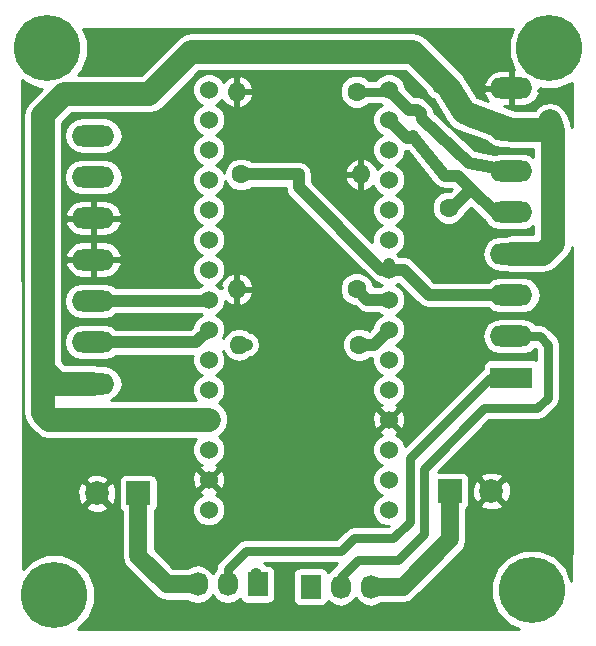
<source format=gtl>
G04 #@! TF.FileFunction,Copper,L1,Top,Signal*
%FSLAX46Y46*%
G04 Gerber Fmt 4.6, Leading zero omitted, Abs format (unit mm)*
G04 Created by KiCad (PCBNEW 4.0.5+dfsg1-4) date Sat Feb 18 23:12:04 2017*
%MOMM*%
%LPD*%
G01*
G04 APERTURE LIST*
%ADD10C,0.100000*%
%ADD11R,2.000000X2.000000*%
%ADD12C,2.000000*%
%ADD13R,3.600000X1.800000*%
%ADD14O,3.600000X1.800000*%
%ADD15R,1.727200X2.032000*%
%ADD16O,1.727200X2.032000*%
%ADD17C,1.524000*%
%ADD18C,1.600000*%
%ADD19O,1.600000X1.600000*%
%ADD20C,5.600000*%
%ADD21C,0.750000*%
%ADD22C,1.000000*%
%ADD23C,2.000000*%
%ADD24C,1.500000*%
%ADD25C,0.254000*%
G04 APERTURE END LIST*
D10*
D11*
X136000000Y-112200000D03*
D12*
X132500000Y-112200000D03*
D11*
X162400000Y-112000000D03*
D12*
X165900000Y-112000000D03*
D13*
X167600000Y-102400000D03*
D14*
X167600000Y-98900000D03*
X167600000Y-95400000D03*
X167600000Y-91900000D03*
X167600000Y-88400000D03*
X167600000Y-84900000D03*
X167600000Y-81400000D03*
X167600000Y-77900000D03*
D13*
X132200000Y-78400000D03*
D14*
X132200000Y-81900000D03*
X132200000Y-85400000D03*
X132200000Y-88900000D03*
X132200000Y-92400000D03*
X132200000Y-95900000D03*
X132200000Y-99400000D03*
X132200000Y-102900000D03*
D15*
X150600000Y-120100000D03*
D16*
X153140000Y-120100000D03*
X155680000Y-120100000D03*
D15*
X146100000Y-119900000D03*
D16*
X143560000Y-119900000D03*
X141020000Y-119900000D03*
D17*
X141980000Y-78020000D03*
X141980000Y-80560000D03*
X141980000Y-83100000D03*
X141980000Y-85640000D03*
X141980000Y-88180000D03*
X141980000Y-90720000D03*
X141980000Y-93260000D03*
X141980000Y-95800000D03*
X141980000Y-98340000D03*
X141980000Y-100880000D03*
X141980000Y-103420000D03*
X141980000Y-105960000D03*
X141980000Y-108500000D03*
X141980000Y-111040000D03*
X141980000Y-113580000D03*
X157220000Y-113580000D03*
X157220000Y-111040000D03*
X157220000Y-108500000D03*
X157220000Y-105960000D03*
X157220000Y-103420000D03*
X157220000Y-100880000D03*
X157220000Y-98340000D03*
X157220000Y-95800000D03*
X157220000Y-93260000D03*
X157220000Y-90720000D03*
X157220000Y-88180000D03*
X157220000Y-85640000D03*
X157220000Y-83100000D03*
X157220000Y-80560000D03*
X157220000Y-78020000D03*
D18*
X154500000Y-94900000D03*
D19*
X144340000Y-94900000D03*
D18*
X144700000Y-85200000D03*
D19*
X154860000Y-85200000D03*
D18*
X154500000Y-78200000D03*
D19*
X144340000Y-78200000D03*
D18*
X154700000Y-99600000D03*
D19*
X144540000Y-99600000D03*
D18*
X162300000Y-88000000D03*
D19*
X162300000Y-77840000D03*
D20*
X170800000Y-74500000D03*
X128300000Y-74500000D03*
X128900000Y-120800000D03*
X169300000Y-120400000D03*
D21*
X153140000Y-120100000D02*
X153140000Y-119260000D01*
X153140000Y-119260000D02*
X154600000Y-117800000D01*
X154600000Y-117800000D02*
X158000000Y-117800000D01*
X158000000Y-117800000D02*
X160200000Y-115600000D01*
X160200000Y-115600000D02*
X160200000Y-110100000D01*
X160200000Y-110100000D02*
X165300000Y-105000000D01*
X165300000Y-105000000D02*
X169800000Y-105000000D01*
X169800000Y-105000000D02*
X170700000Y-104100000D01*
X170700000Y-104100000D02*
X170700000Y-99600000D01*
X170700000Y-99600000D02*
X170000000Y-98900000D01*
X170000000Y-98900000D02*
X167600000Y-98900000D01*
X143560000Y-119900000D02*
X143560000Y-118640000D01*
X159000000Y-109200000D02*
X165800000Y-102400000D01*
X159000000Y-114600000D02*
X159000000Y-109200000D01*
X157600000Y-116000000D02*
X159000000Y-114600000D01*
X154300000Y-116000000D02*
X157600000Y-116000000D01*
X153200000Y-117100000D02*
X154300000Y-116000000D01*
X145100000Y-117100000D02*
X153200000Y-117100000D01*
X143560000Y-118640000D02*
X145100000Y-117100000D01*
X165800000Y-102400000D02*
X167600000Y-102400000D01*
D22*
X157220000Y-95800000D02*
X155400000Y-95800000D01*
X155400000Y-95800000D02*
X154500000Y-94900000D01*
X162300000Y-88000000D02*
X162600000Y-88000000D01*
X162600000Y-88000000D02*
X164200000Y-86400000D01*
X159368096Y-82107075D02*
X158767075Y-82107075D01*
X158767075Y-82107075D02*
X157220000Y-80560000D01*
X167600000Y-88400000D02*
X166200000Y-88400000D01*
X166200000Y-88400000D02*
X164200000Y-86400000D01*
X164200000Y-86400000D02*
X163100000Y-85300000D01*
X163100000Y-85300000D02*
X161960000Y-85300000D01*
X161960000Y-85300000D02*
X159368096Y-82107075D01*
X159368096Y-82107075D02*
X159239721Y-81948932D01*
X167600000Y-84900000D02*
X164021133Y-84207709D01*
X158900000Y-79700000D02*
X157220000Y-78020000D01*
X159600000Y-79700000D02*
X158900000Y-79700000D01*
X159900000Y-80000000D02*
X159600000Y-79700000D01*
X160023817Y-80494031D02*
X159900000Y-80000000D01*
X164021133Y-84207709D02*
X160023817Y-80494031D01*
D21*
X154500000Y-78200000D02*
X157040000Y-78200000D01*
X157040000Y-78200000D02*
X157220000Y-78020000D01*
D23*
X132200000Y-78400000D02*
X136900000Y-78400000D01*
X159260000Y-74800000D02*
X162300000Y-77840000D01*
X140500000Y-74800000D02*
X159260000Y-74800000D01*
X136900000Y-78400000D02*
X140500000Y-74800000D01*
X170854853Y-80710081D02*
X171100000Y-81400000D01*
X132200000Y-78400000D02*
X129700000Y-78400000D01*
X129700000Y-78400000D02*
X127900000Y-80200000D01*
X171100000Y-81400000D02*
X171100000Y-91100000D01*
X170300000Y-91900000D02*
X167600000Y-91900000D01*
X171100000Y-91100000D02*
X170300000Y-91900000D01*
X167600000Y-81400000D02*
X164357725Y-80261782D01*
X163555041Y-79937642D02*
X162300000Y-77840000D01*
X164357725Y-80261782D02*
X163555041Y-79937642D01*
D21*
X161300000Y-77900000D02*
X162100000Y-77900000D01*
D23*
X132200000Y-102900000D02*
X129100000Y-102900000D01*
X129100000Y-102900000D02*
X127900000Y-101700000D01*
X141980000Y-105960000D02*
X128460000Y-105960000D01*
X171100000Y-81400000D02*
X167600000Y-81400000D01*
X127900000Y-105400000D02*
X127900000Y-101700000D01*
X127900000Y-101700000D02*
X127900000Y-80200000D01*
X128460000Y-105960000D02*
X127900000Y-105400000D01*
D22*
X167600000Y-95400000D02*
X160600000Y-95400000D01*
X158460000Y-93260000D02*
X157220000Y-93260000D01*
X160600000Y-95400000D02*
X158460000Y-93260000D01*
D21*
X167200000Y-95800000D02*
X167600000Y-95400000D01*
D22*
X157220000Y-93260000D02*
X156560000Y-93260000D01*
X156560000Y-93260000D02*
X149600000Y-86300000D01*
X144700000Y-85200000D02*
X149600000Y-85200000D01*
X149600000Y-86300000D02*
X149600000Y-85200000D01*
X157220000Y-92820000D02*
X157220000Y-93260000D01*
X144540000Y-99600000D02*
X145200000Y-99600000D01*
X132200000Y-95900000D02*
X141880000Y-95900000D01*
D21*
X141880000Y-95900000D02*
X141980000Y-95800000D01*
D22*
X132200000Y-99400000D02*
X140920000Y-99400000D01*
X140920000Y-99400000D02*
X141980000Y-98340000D01*
D24*
X155680000Y-120100000D02*
X158400000Y-120100000D01*
X162400000Y-116100000D02*
X162400000Y-112000000D01*
X158400000Y-120100000D02*
X162400000Y-116100000D01*
X141020000Y-119900000D02*
X138400000Y-119900000D01*
X136000000Y-117500000D02*
X136000000Y-112200000D01*
X138400000Y-119900000D02*
X136000000Y-117500000D01*
D22*
X146000000Y-120200000D02*
X146000000Y-119000000D01*
X154700000Y-99600000D02*
X155960000Y-99600000D01*
X155960000Y-99600000D02*
X157220000Y-98340000D01*
D21*
X157180000Y-98300000D02*
X157220000Y-98340000D01*
D25*
G36*
X126351688Y-77410354D02*
X127613739Y-77934403D01*
X127853149Y-77934612D01*
X126743880Y-79043880D01*
X126389457Y-79574312D01*
X126264999Y-80200000D01*
X126265000Y-80200005D01*
X126265000Y-101699995D01*
X126264999Y-101700000D01*
X126265000Y-101700005D01*
X126265000Y-105399995D01*
X126264999Y-105400000D01*
X126389457Y-106025688D01*
X126743880Y-106556120D01*
X127303878Y-107116117D01*
X127303880Y-107116120D01*
X127834313Y-107470543D01*
X128460000Y-107595001D01*
X128460005Y-107595000D01*
X140909198Y-107595000D01*
X140796371Y-107707630D01*
X140583243Y-108220900D01*
X140582758Y-108776661D01*
X140794990Y-109290303D01*
X141187630Y-109683629D01*
X141379727Y-109763395D01*
X141248857Y-109817603D01*
X141179392Y-110059787D01*
X141980000Y-110860395D01*
X142780608Y-110059787D01*
X142711143Y-109817603D01*
X142570682Y-109767491D01*
X142770303Y-109685010D01*
X143163629Y-109292370D01*
X143376757Y-108779100D01*
X143377242Y-108223339D01*
X143165010Y-107709697D01*
X142797999Y-107342045D01*
X143136120Y-107116120D01*
X143490543Y-106585687D01*
X143615000Y-105960000D01*
X143573687Y-105752302D01*
X155810856Y-105752302D01*
X155838638Y-106307368D01*
X155997603Y-106691143D01*
X156239787Y-106760608D01*
X157040395Y-105960000D01*
X157399605Y-105960000D01*
X158200213Y-106760608D01*
X158442397Y-106691143D01*
X158629144Y-106167698D01*
X158601362Y-105612632D01*
X158442397Y-105228857D01*
X158200213Y-105159392D01*
X157399605Y-105960000D01*
X157040395Y-105960000D01*
X156239787Y-105159392D01*
X155997603Y-105228857D01*
X155810856Y-105752302D01*
X143573687Y-105752302D01*
X143490543Y-105334313D01*
X143136120Y-104803880D01*
X142797643Y-104577718D01*
X143163629Y-104212370D01*
X143376757Y-103699100D01*
X143377242Y-103143339D01*
X143165010Y-102629697D01*
X142772370Y-102236371D01*
X142564488Y-102150051D01*
X142770303Y-102065010D01*
X143163629Y-101672370D01*
X143376757Y-101159100D01*
X143377242Y-100603339D01*
X143195176Y-100162704D01*
X143497189Y-100614698D01*
X143962736Y-100925767D01*
X144511887Y-101035000D01*
X144568113Y-101035000D01*
X145117264Y-100925767D01*
X145488715Y-100677571D01*
X145634346Y-100648603D01*
X146002566Y-100402566D01*
X146248603Y-100034346D01*
X146335000Y-99600000D01*
X146248603Y-99165654D01*
X146002566Y-98797434D01*
X145634346Y-98551397D01*
X145488715Y-98522429D01*
X145117264Y-98274233D01*
X144568113Y-98165000D01*
X144511887Y-98165000D01*
X143962736Y-98274233D01*
X143497189Y-98585302D01*
X143216127Y-99005940D01*
X143376757Y-98619100D01*
X143377242Y-98063339D01*
X143165010Y-97549697D01*
X142772370Y-97156371D01*
X142564488Y-97070051D01*
X142770303Y-96985010D01*
X143163629Y-96592370D01*
X143376757Y-96079100D01*
X143376884Y-95933187D01*
X143484866Y-96052389D01*
X143990959Y-96291914D01*
X144213000Y-96170629D01*
X144213000Y-95027000D01*
X144467000Y-95027000D01*
X144467000Y-96170629D01*
X144689041Y-96291914D01*
X145195134Y-96052389D01*
X145571041Y-95637423D01*
X145731904Y-95249039D01*
X145609915Y-95027000D01*
X144467000Y-95027000D01*
X144213000Y-95027000D01*
X144193000Y-95027000D01*
X144193000Y-94773000D01*
X144213000Y-94773000D01*
X144213000Y-93629371D01*
X144467000Y-93629371D01*
X144467000Y-94773000D01*
X145609915Y-94773000D01*
X145731904Y-94550961D01*
X145571041Y-94162577D01*
X145195134Y-93747611D01*
X144689041Y-93508086D01*
X144467000Y-93629371D01*
X144213000Y-93629371D01*
X143990959Y-93508086D01*
X143484866Y-93747611D01*
X143108959Y-94162577D01*
X142948096Y-94550961D01*
X143070084Y-94772998D01*
X142928724Y-94772998D01*
X142772370Y-94616371D01*
X142564488Y-94530051D01*
X142770303Y-94445010D01*
X143163629Y-94052370D01*
X143376757Y-93539100D01*
X143377242Y-92983339D01*
X143165010Y-92469697D01*
X142772370Y-92076371D01*
X142564488Y-91990051D01*
X142770303Y-91905010D01*
X143163629Y-91512370D01*
X143376757Y-90999100D01*
X143377242Y-90443339D01*
X143165010Y-89929697D01*
X142772370Y-89536371D01*
X142564488Y-89450051D01*
X142770303Y-89365010D01*
X143163629Y-88972370D01*
X143376757Y-88459100D01*
X143377242Y-87903339D01*
X143165010Y-87389697D01*
X142772370Y-86996371D01*
X142564488Y-86910051D01*
X142770303Y-86825010D01*
X143163629Y-86432370D01*
X143376757Y-85919100D01*
X143376900Y-85755605D01*
X143482757Y-86011800D01*
X143886077Y-86415824D01*
X144413309Y-86634750D01*
X144984187Y-86635248D01*
X145511800Y-86417243D01*
X145594187Y-86335000D01*
X148471962Y-86335000D01*
X148551397Y-86734346D01*
X148685470Y-86935000D01*
X148797434Y-87102566D01*
X155757434Y-94062566D01*
X156125654Y-94308603D01*
X156334262Y-94350098D01*
X156427630Y-94443629D01*
X156635512Y-94529949D01*
X156429697Y-94614990D01*
X156379600Y-94665000D01*
X155935205Y-94665000D01*
X155935248Y-94615813D01*
X155717243Y-94088200D01*
X155313923Y-93684176D01*
X154786691Y-93465250D01*
X154215813Y-93464752D01*
X153688200Y-93682757D01*
X153284176Y-94086077D01*
X153065250Y-94613309D01*
X153064752Y-95184187D01*
X153282757Y-95711800D01*
X153686077Y-96115824D01*
X154213309Y-96334750D01*
X154329720Y-96334852D01*
X154597434Y-96602566D01*
X154965654Y-96848603D01*
X155400000Y-96935000D01*
X156379086Y-96935000D01*
X156427630Y-96983629D01*
X156635512Y-97069949D01*
X156429697Y-97154990D01*
X156036371Y-97547630D01*
X155823243Y-98060900D01*
X155823181Y-98131687D01*
X155542283Y-98412585D01*
X155513923Y-98384176D01*
X154986691Y-98165250D01*
X154415813Y-98164752D01*
X153888200Y-98382757D01*
X153484176Y-98786077D01*
X153265250Y-99313309D01*
X153264752Y-99884187D01*
X153482757Y-100411800D01*
X153886077Y-100815824D01*
X154413309Y-101034750D01*
X154984187Y-101035248D01*
X155511800Y-100817243D01*
X155594187Y-100735000D01*
X155823126Y-100735000D01*
X155822758Y-101156661D01*
X156034990Y-101670303D01*
X156427630Y-102063629D01*
X156635512Y-102149949D01*
X156429697Y-102234990D01*
X156036371Y-102627630D01*
X155823243Y-103140900D01*
X155822758Y-103696661D01*
X156034990Y-104210303D01*
X156427630Y-104603629D01*
X156619727Y-104683395D01*
X156488857Y-104737603D01*
X156419392Y-104979787D01*
X157220000Y-105780395D01*
X158020608Y-104979787D01*
X157951143Y-104737603D01*
X157810682Y-104687491D01*
X158010303Y-104605010D01*
X158403629Y-104212370D01*
X158616757Y-103699100D01*
X158617242Y-103143339D01*
X158405010Y-102629697D01*
X158012370Y-102236371D01*
X157804488Y-102150051D01*
X158010303Y-102065010D01*
X158403629Y-101672370D01*
X158616757Y-101159100D01*
X158617242Y-100603339D01*
X158405010Y-100089697D01*
X158012370Y-99696371D01*
X157804488Y-99610051D01*
X158010303Y-99525010D01*
X158403629Y-99132370D01*
X158616757Y-98619100D01*
X158617242Y-98063339D01*
X158405010Y-97549697D01*
X158012370Y-97156371D01*
X157804488Y-97070051D01*
X158010303Y-96985010D01*
X158403629Y-96592370D01*
X158616757Y-96079100D01*
X158617242Y-95523339D01*
X158405010Y-95009697D01*
X158012370Y-94616371D01*
X157804488Y-94530051D01*
X158010303Y-94445010D01*
X158025103Y-94430235D01*
X159797434Y-96202566D01*
X160165654Y-96448603D01*
X160600000Y-96535000D01*
X165641105Y-96535000D01*
X166064877Y-96818155D01*
X166652296Y-96935000D01*
X168547704Y-96935000D01*
X169135123Y-96818155D01*
X169633113Y-96485409D01*
X169965859Y-95987419D01*
X170082704Y-95400000D01*
X169965859Y-94812581D01*
X169633113Y-94314591D01*
X169135123Y-93981845D01*
X168547704Y-93865000D01*
X166652296Y-93865000D01*
X166064877Y-93981845D01*
X165641105Y-94265000D01*
X161070132Y-94265000D01*
X159262566Y-92457434D01*
X158894346Y-92211397D01*
X158460000Y-92125000D01*
X158094439Y-92125000D01*
X158022566Y-92017434D01*
X157913916Y-91944836D01*
X158010303Y-91905010D01*
X158403629Y-91512370D01*
X158616757Y-90999100D01*
X158617242Y-90443339D01*
X158405010Y-89929697D01*
X158012370Y-89536371D01*
X157804488Y-89450051D01*
X158010303Y-89365010D01*
X158403629Y-88972370D01*
X158616757Y-88459100D01*
X158617242Y-87903339D01*
X158405010Y-87389697D01*
X158012370Y-86996371D01*
X157804488Y-86910051D01*
X158010303Y-86825010D01*
X158403629Y-86432370D01*
X158616757Y-85919100D01*
X158617242Y-85363339D01*
X158405010Y-84849697D01*
X158012370Y-84456371D01*
X157804488Y-84370051D01*
X158010303Y-84285010D01*
X158403629Y-83892370D01*
X158616757Y-83379100D01*
X158616903Y-83212204D01*
X158767075Y-83242075D01*
X158827562Y-83242075D01*
X161078794Y-86015332D01*
X161124464Y-86053223D01*
X161157434Y-86102566D01*
X161293593Y-86193545D01*
X161419618Y-86298104D01*
X161476312Y-86315634D01*
X161525654Y-86348603D01*
X161686263Y-86380550D01*
X161842709Y-86428923D01*
X161901796Y-86423423D01*
X161960000Y-86435000D01*
X162559868Y-86435000D01*
X162429755Y-86565113D01*
X162015813Y-86564752D01*
X161488200Y-86782757D01*
X161084176Y-87186077D01*
X160865250Y-87713309D01*
X160864752Y-88284187D01*
X161082757Y-88811800D01*
X161486077Y-89215824D01*
X162013309Y-89434750D01*
X162584187Y-89435248D01*
X163111800Y-89217243D01*
X163515824Y-88813923D01*
X163604312Y-88600820D01*
X164200000Y-88005132D01*
X165338558Y-89143690D01*
X165566887Y-89485409D01*
X166064877Y-89818155D01*
X166652296Y-89935000D01*
X168547704Y-89935000D01*
X169135123Y-89818155D01*
X169465000Y-89597738D01*
X169465000Y-90265000D01*
X167600000Y-90265000D01*
X167097267Y-90365000D01*
X166652296Y-90365000D01*
X166064877Y-90481845D01*
X165566887Y-90814591D01*
X165234141Y-91312581D01*
X165117296Y-91900000D01*
X165234141Y-92487419D01*
X165566887Y-92985409D01*
X166064877Y-93318155D01*
X166652296Y-93435000D01*
X167097267Y-93435000D01*
X167600000Y-93535000D01*
X170299995Y-93535000D01*
X170300000Y-93535001D01*
X170925688Y-93410543D01*
X171456120Y-93056120D01*
X172256117Y-92256122D01*
X172256120Y-92256120D01*
X172490724Y-91905010D01*
X172610543Y-91725688D01*
X172690000Y-91326234D01*
X172690000Y-115195717D01*
X172681420Y-119588621D01*
X172213750Y-118456771D01*
X171248312Y-117489646D01*
X169986261Y-116965597D01*
X168619734Y-116964405D01*
X167356771Y-117486250D01*
X166389646Y-118451688D01*
X165865597Y-119713739D01*
X165864405Y-121080266D01*
X166386250Y-122343229D01*
X167351688Y-123310354D01*
X168265978Y-123690000D01*
X134039208Y-123690000D01*
X130873811Y-123683222D01*
X131810354Y-122748312D01*
X132334403Y-121486261D01*
X132335595Y-120119734D01*
X131813750Y-118856771D01*
X130848312Y-117889646D01*
X129586261Y-117365597D01*
X128219734Y-117364405D01*
X126956771Y-117886250D01*
X126216853Y-118624877D01*
X126206516Y-113352532D01*
X131527073Y-113352532D01*
X131625736Y-113619387D01*
X132235461Y-113845908D01*
X132885460Y-113821856D01*
X133374264Y-113619387D01*
X133472927Y-113352532D01*
X132500000Y-112379605D01*
X131527073Y-113352532D01*
X126206516Y-113352532D01*
X126203737Y-111935461D01*
X130854092Y-111935461D01*
X130878144Y-112585460D01*
X131080613Y-113074264D01*
X131347468Y-113172927D01*
X132320395Y-112200000D01*
X132679605Y-112200000D01*
X133652532Y-113172927D01*
X133919387Y-113074264D01*
X134145908Y-112464539D01*
X134121856Y-111814540D01*
X133919387Y-111325736D01*
X133652532Y-111227073D01*
X132679605Y-112200000D01*
X132320395Y-112200000D01*
X131347468Y-111227073D01*
X131080613Y-111325736D01*
X130854092Y-111935461D01*
X126203737Y-111935461D01*
X126201996Y-111047468D01*
X131527073Y-111047468D01*
X132500000Y-112020395D01*
X133320395Y-111200000D01*
X134352560Y-111200000D01*
X134352560Y-113200000D01*
X134396838Y-113435317D01*
X134535910Y-113651441D01*
X134615000Y-113705481D01*
X134615000Y-117500000D01*
X134720427Y-118030017D01*
X134978770Y-118416655D01*
X135020657Y-118479343D01*
X137420657Y-120879343D01*
X137869984Y-121179574D01*
X138400000Y-121285000D01*
X140170730Y-121285000D01*
X140446511Y-121469271D01*
X141020000Y-121583345D01*
X141593489Y-121469271D01*
X142079670Y-121144415D01*
X142290000Y-120829634D01*
X142500330Y-121144415D01*
X142986511Y-121469271D01*
X143560000Y-121583345D01*
X144133489Y-121469271D01*
X144619670Y-121144415D01*
X144629243Y-121130087D01*
X144633238Y-121151317D01*
X144772310Y-121367441D01*
X144984510Y-121512431D01*
X145236400Y-121563440D01*
X146963600Y-121563440D01*
X147198917Y-121519162D01*
X147415041Y-121380090D01*
X147560031Y-121167890D01*
X147611040Y-120916000D01*
X147611040Y-118884000D01*
X147566762Y-118648683D01*
X147427690Y-118432559D01*
X147215490Y-118287569D01*
X146963600Y-118236560D01*
X146828709Y-118236560D01*
X146802566Y-118197434D01*
X146671712Y-118110000D01*
X152861644Y-118110000D01*
X152425822Y-118545822D01*
X152330567Y-118688382D01*
X152080330Y-118855585D01*
X152070757Y-118869913D01*
X152066762Y-118848683D01*
X151927690Y-118632559D01*
X151715490Y-118487569D01*
X151463600Y-118436560D01*
X149736400Y-118436560D01*
X149501083Y-118480838D01*
X149284959Y-118619910D01*
X149139969Y-118832110D01*
X149088960Y-119084000D01*
X149088960Y-121116000D01*
X149133238Y-121351317D01*
X149272310Y-121567441D01*
X149484510Y-121712431D01*
X149736400Y-121763440D01*
X151463600Y-121763440D01*
X151698917Y-121719162D01*
X151915041Y-121580090D01*
X152060031Y-121367890D01*
X152068400Y-121326561D01*
X152080330Y-121344415D01*
X152566511Y-121669271D01*
X153140000Y-121783345D01*
X153713489Y-121669271D01*
X154199670Y-121344415D01*
X154410000Y-121029634D01*
X154620330Y-121344415D01*
X155106511Y-121669271D01*
X155680000Y-121783345D01*
X156253489Y-121669271D01*
X156529270Y-121485000D01*
X158400000Y-121485000D01*
X158930017Y-121379573D01*
X159379343Y-121079343D01*
X163379343Y-117079343D01*
X163679573Y-116630017D01*
X163785000Y-116100000D01*
X163785000Y-113506844D01*
X163851441Y-113464090D01*
X163996431Y-113251890D01*
X164016551Y-113152532D01*
X164927073Y-113152532D01*
X165025736Y-113419387D01*
X165635461Y-113645908D01*
X166285460Y-113621856D01*
X166774264Y-113419387D01*
X166872927Y-113152532D01*
X165900000Y-112179605D01*
X164927073Y-113152532D01*
X164016551Y-113152532D01*
X164047440Y-113000000D01*
X164047440Y-111735461D01*
X164254092Y-111735461D01*
X164278144Y-112385460D01*
X164480613Y-112874264D01*
X164747468Y-112972927D01*
X165720395Y-112000000D01*
X166079605Y-112000000D01*
X167052532Y-112972927D01*
X167319387Y-112874264D01*
X167545908Y-112264539D01*
X167521856Y-111614540D01*
X167319387Y-111125736D01*
X167052532Y-111027073D01*
X166079605Y-112000000D01*
X165720395Y-112000000D01*
X164747468Y-111027073D01*
X164480613Y-111125736D01*
X164254092Y-111735461D01*
X164047440Y-111735461D01*
X164047440Y-111000000D01*
X164018740Y-110847468D01*
X164927073Y-110847468D01*
X165900000Y-111820395D01*
X166872927Y-110847468D01*
X166774264Y-110580613D01*
X166164539Y-110354092D01*
X165514540Y-110378144D01*
X165025736Y-110580613D01*
X164927073Y-110847468D01*
X164018740Y-110847468D01*
X164003162Y-110764683D01*
X163864090Y-110548559D01*
X163651890Y-110403569D01*
X163400000Y-110352560D01*
X161400000Y-110352560D01*
X161370186Y-110358170D01*
X165718356Y-106010000D01*
X169800000Y-106010000D01*
X170186510Y-105933118D01*
X170514178Y-105714178D01*
X171414178Y-104814178D01*
X171633118Y-104486510D01*
X171710000Y-104100000D01*
X171710000Y-99600000D01*
X171633118Y-99213489D01*
X171499942Y-99014178D01*
X171414178Y-98885822D01*
X171414175Y-98885820D01*
X170714178Y-98185822D01*
X170386510Y-97966882D01*
X170000000Y-97890000D01*
X169683500Y-97890000D01*
X169633113Y-97814591D01*
X169135123Y-97481845D01*
X168547704Y-97365000D01*
X166652296Y-97365000D01*
X166064877Y-97481845D01*
X165566887Y-97814591D01*
X165234141Y-98312581D01*
X165117296Y-98900000D01*
X165234141Y-99487419D01*
X165566887Y-99985409D01*
X166064877Y-100318155D01*
X166652296Y-100435000D01*
X168547704Y-100435000D01*
X169135123Y-100318155D01*
X169633113Y-99985409D01*
X169642702Y-99971058D01*
X169690000Y-100018355D01*
X169690000Y-100929608D01*
X169651890Y-100903569D01*
X169400000Y-100852560D01*
X165800000Y-100852560D01*
X165564683Y-100896838D01*
X165348559Y-101035910D01*
X165203569Y-101248110D01*
X165152560Y-101500000D01*
X165152560Y-101641229D01*
X165085822Y-101685822D01*
X158597086Y-108174558D01*
X158405010Y-107709697D01*
X158012370Y-107316371D01*
X157820273Y-107236605D01*
X157951143Y-107182397D01*
X158020608Y-106940213D01*
X157220000Y-106139605D01*
X156419392Y-106940213D01*
X156488857Y-107182397D01*
X156629318Y-107232509D01*
X156429697Y-107314990D01*
X156036371Y-107707630D01*
X155823243Y-108220900D01*
X155822758Y-108776661D01*
X156034990Y-109290303D01*
X156427630Y-109683629D01*
X156635512Y-109769949D01*
X156429697Y-109854990D01*
X156036371Y-110247630D01*
X155823243Y-110760900D01*
X155822758Y-111316661D01*
X156034990Y-111830303D01*
X156427630Y-112223629D01*
X156635512Y-112309949D01*
X156429697Y-112394990D01*
X156036371Y-112787630D01*
X155823243Y-113300900D01*
X155822758Y-113856661D01*
X156034990Y-114370303D01*
X156427630Y-114763629D01*
X156940900Y-114976757D01*
X157194666Y-114976978D01*
X157181644Y-114990000D01*
X154300000Y-114990000D01*
X153913490Y-115066882D01*
X153585822Y-115285822D01*
X152781644Y-116090000D01*
X145100000Y-116090000D01*
X144713490Y-116166882D01*
X144385822Y-116385822D01*
X142845822Y-117925822D01*
X142626882Y-118253490D01*
X142554038Y-118619698D01*
X142500330Y-118655585D01*
X142290000Y-118970366D01*
X142079670Y-118655585D01*
X141593489Y-118330729D01*
X141020000Y-118216655D01*
X140446511Y-118330729D01*
X140170730Y-118515000D01*
X138973686Y-118515000D01*
X137385000Y-116926314D01*
X137385000Y-113856661D01*
X140582758Y-113856661D01*
X140794990Y-114370303D01*
X141187630Y-114763629D01*
X141700900Y-114976757D01*
X142256661Y-114977242D01*
X142770303Y-114765010D01*
X143163629Y-114372370D01*
X143376757Y-113859100D01*
X143377242Y-113303339D01*
X143165010Y-112789697D01*
X142772370Y-112396371D01*
X142580273Y-112316605D01*
X142711143Y-112262397D01*
X142780608Y-112020213D01*
X141980000Y-111219605D01*
X141179392Y-112020213D01*
X141248857Y-112262397D01*
X141389318Y-112312509D01*
X141189697Y-112394990D01*
X140796371Y-112787630D01*
X140583243Y-113300900D01*
X140582758Y-113856661D01*
X137385000Y-113856661D01*
X137385000Y-113706844D01*
X137451441Y-113664090D01*
X137596431Y-113451890D01*
X137647440Y-113200000D01*
X137647440Y-111200000D01*
X137603162Y-110964683D01*
X137517978Y-110832302D01*
X140570856Y-110832302D01*
X140598638Y-111387368D01*
X140757603Y-111771143D01*
X140999787Y-111840608D01*
X141800395Y-111040000D01*
X142159605Y-111040000D01*
X142960213Y-111840608D01*
X143202397Y-111771143D01*
X143389144Y-111247698D01*
X143361362Y-110692632D01*
X143202397Y-110308857D01*
X142960213Y-110239392D01*
X142159605Y-111040000D01*
X141800395Y-111040000D01*
X140999787Y-110239392D01*
X140757603Y-110308857D01*
X140570856Y-110832302D01*
X137517978Y-110832302D01*
X137464090Y-110748559D01*
X137251890Y-110603569D01*
X137000000Y-110552560D01*
X135000000Y-110552560D01*
X134764683Y-110596838D01*
X134548559Y-110735910D01*
X134403569Y-110948110D01*
X134352560Y-111200000D01*
X133320395Y-111200000D01*
X133472927Y-111047468D01*
X133374264Y-110780613D01*
X132764539Y-110554092D01*
X132114540Y-110578144D01*
X131625736Y-110780613D01*
X131527073Y-111047468D01*
X126201996Y-111047468D01*
X126135616Y-77193905D01*
X126351688Y-77410354D01*
X126351688Y-77410354D01*
G37*
X126351688Y-77410354D02*
X127613739Y-77934403D01*
X127853149Y-77934612D01*
X126743880Y-79043880D01*
X126389457Y-79574312D01*
X126264999Y-80200000D01*
X126265000Y-80200005D01*
X126265000Y-101699995D01*
X126264999Y-101700000D01*
X126265000Y-101700005D01*
X126265000Y-105399995D01*
X126264999Y-105400000D01*
X126389457Y-106025688D01*
X126743880Y-106556120D01*
X127303878Y-107116117D01*
X127303880Y-107116120D01*
X127834313Y-107470543D01*
X128460000Y-107595001D01*
X128460005Y-107595000D01*
X140909198Y-107595000D01*
X140796371Y-107707630D01*
X140583243Y-108220900D01*
X140582758Y-108776661D01*
X140794990Y-109290303D01*
X141187630Y-109683629D01*
X141379727Y-109763395D01*
X141248857Y-109817603D01*
X141179392Y-110059787D01*
X141980000Y-110860395D01*
X142780608Y-110059787D01*
X142711143Y-109817603D01*
X142570682Y-109767491D01*
X142770303Y-109685010D01*
X143163629Y-109292370D01*
X143376757Y-108779100D01*
X143377242Y-108223339D01*
X143165010Y-107709697D01*
X142797999Y-107342045D01*
X143136120Y-107116120D01*
X143490543Y-106585687D01*
X143615000Y-105960000D01*
X143573687Y-105752302D01*
X155810856Y-105752302D01*
X155838638Y-106307368D01*
X155997603Y-106691143D01*
X156239787Y-106760608D01*
X157040395Y-105960000D01*
X157399605Y-105960000D01*
X158200213Y-106760608D01*
X158442397Y-106691143D01*
X158629144Y-106167698D01*
X158601362Y-105612632D01*
X158442397Y-105228857D01*
X158200213Y-105159392D01*
X157399605Y-105960000D01*
X157040395Y-105960000D01*
X156239787Y-105159392D01*
X155997603Y-105228857D01*
X155810856Y-105752302D01*
X143573687Y-105752302D01*
X143490543Y-105334313D01*
X143136120Y-104803880D01*
X142797643Y-104577718D01*
X143163629Y-104212370D01*
X143376757Y-103699100D01*
X143377242Y-103143339D01*
X143165010Y-102629697D01*
X142772370Y-102236371D01*
X142564488Y-102150051D01*
X142770303Y-102065010D01*
X143163629Y-101672370D01*
X143376757Y-101159100D01*
X143377242Y-100603339D01*
X143195176Y-100162704D01*
X143497189Y-100614698D01*
X143962736Y-100925767D01*
X144511887Y-101035000D01*
X144568113Y-101035000D01*
X145117264Y-100925767D01*
X145488715Y-100677571D01*
X145634346Y-100648603D01*
X146002566Y-100402566D01*
X146248603Y-100034346D01*
X146335000Y-99600000D01*
X146248603Y-99165654D01*
X146002566Y-98797434D01*
X145634346Y-98551397D01*
X145488715Y-98522429D01*
X145117264Y-98274233D01*
X144568113Y-98165000D01*
X144511887Y-98165000D01*
X143962736Y-98274233D01*
X143497189Y-98585302D01*
X143216127Y-99005940D01*
X143376757Y-98619100D01*
X143377242Y-98063339D01*
X143165010Y-97549697D01*
X142772370Y-97156371D01*
X142564488Y-97070051D01*
X142770303Y-96985010D01*
X143163629Y-96592370D01*
X143376757Y-96079100D01*
X143376884Y-95933187D01*
X143484866Y-96052389D01*
X143990959Y-96291914D01*
X144213000Y-96170629D01*
X144213000Y-95027000D01*
X144467000Y-95027000D01*
X144467000Y-96170629D01*
X144689041Y-96291914D01*
X145195134Y-96052389D01*
X145571041Y-95637423D01*
X145731904Y-95249039D01*
X145609915Y-95027000D01*
X144467000Y-95027000D01*
X144213000Y-95027000D01*
X144193000Y-95027000D01*
X144193000Y-94773000D01*
X144213000Y-94773000D01*
X144213000Y-93629371D01*
X144467000Y-93629371D01*
X144467000Y-94773000D01*
X145609915Y-94773000D01*
X145731904Y-94550961D01*
X145571041Y-94162577D01*
X145195134Y-93747611D01*
X144689041Y-93508086D01*
X144467000Y-93629371D01*
X144213000Y-93629371D01*
X143990959Y-93508086D01*
X143484866Y-93747611D01*
X143108959Y-94162577D01*
X142948096Y-94550961D01*
X143070084Y-94772998D01*
X142928724Y-94772998D01*
X142772370Y-94616371D01*
X142564488Y-94530051D01*
X142770303Y-94445010D01*
X143163629Y-94052370D01*
X143376757Y-93539100D01*
X143377242Y-92983339D01*
X143165010Y-92469697D01*
X142772370Y-92076371D01*
X142564488Y-91990051D01*
X142770303Y-91905010D01*
X143163629Y-91512370D01*
X143376757Y-90999100D01*
X143377242Y-90443339D01*
X143165010Y-89929697D01*
X142772370Y-89536371D01*
X142564488Y-89450051D01*
X142770303Y-89365010D01*
X143163629Y-88972370D01*
X143376757Y-88459100D01*
X143377242Y-87903339D01*
X143165010Y-87389697D01*
X142772370Y-86996371D01*
X142564488Y-86910051D01*
X142770303Y-86825010D01*
X143163629Y-86432370D01*
X143376757Y-85919100D01*
X143376900Y-85755605D01*
X143482757Y-86011800D01*
X143886077Y-86415824D01*
X144413309Y-86634750D01*
X144984187Y-86635248D01*
X145511800Y-86417243D01*
X145594187Y-86335000D01*
X148471962Y-86335000D01*
X148551397Y-86734346D01*
X148685470Y-86935000D01*
X148797434Y-87102566D01*
X155757434Y-94062566D01*
X156125654Y-94308603D01*
X156334262Y-94350098D01*
X156427630Y-94443629D01*
X156635512Y-94529949D01*
X156429697Y-94614990D01*
X156379600Y-94665000D01*
X155935205Y-94665000D01*
X155935248Y-94615813D01*
X155717243Y-94088200D01*
X155313923Y-93684176D01*
X154786691Y-93465250D01*
X154215813Y-93464752D01*
X153688200Y-93682757D01*
X153284176Y-94086077D01*
X153065250Y-94613309D01*
X153064752Y-95184187D01*
X153282757Y-95711800D01*
X153686077Y-96115824D01*
X154213309Y-96334750D01*
X154329720Y-96334852D01*
X154597434Y-96602566D01*
X154965654Y-96848603D01*
X155400000Y-96935000D01*
X156379086Y-96935000D01*
X156427630Y-96983629D01*
X156635512Y-97069949D01*
X156429697Y-97154990D01*
X156036371Y-97547630D01*
X155823243Y-98060900D01*
X155823181Y-98131687D01*
X155542283Y-98412585D01*
X155513923Y-98384176D01*
X154986691Y-98165250D01*
X154415813Y-98164752D01*
X153888200Y-98382757D01*
X153484176Y-98786077D01*
X153265250Y-99313309D01*
X153264752Y-99884187D01*
X153482757Y-100411800D01*
X153886077Y-100815824D01*
X154413309Y-101034750D01*
X154984187Y-101035248D01*
X155511800Y-100817243D01*
X155594187Y-100735000D01*
X155823126Y-100735000D01*
X155822758Y-101156661D01*
X156034990Y-101670303D01*
X156427630Y-102063629D01*
X156635512Y-102149949D01*
X156429697Y-102234990D01*
X156036371Y-102627630D01*
X155823243Y-103140900D01*
X155822758Y-103696661D01*
X156034990Y-104210303D01*
X156427630Y-104603629D01*
X156619727Y-104683395D01*
X156488857Y-104737603D01*
X156419392Y-104979787D01*
X157220000Y-105780395D01*
X158020608Y-104979787D01*
X157951143Y-104737603D01*
X157810682Y-104687491D01*
X158010303Y-104605010D01*
X158403629Y-104212370D01*
X158616757Y-103699100D01*
X158617242Y-103143339D01*
X158405010Y-102629697D01*
X158012370Y-102236371D01*
X157804488Y-102150051D01*
X158010303Y-102065010D01*
X158403629Y-101672370D01*
X158616757Y-101159100D01*
X158617242Y-100603339D01*
X158405010Y-100089697D01*
X158012370Y-99696371D01*
X157804488Y-99610051D01*
X158010303Y-99525010D01*
X158403629Y-99132370D01*
X158616757Y-98619100D01*
X158617242Y-98063339D01*
X158405010Y-97549697D01*
X158012370Y-97156371D01*
X157804488Y-97070051D01*
X158010303Y-96985010D01*
X158403629Y-96592370D01*
X158616757Y-96079100D01*
X158617242Y-95523339D01*
X158405010Y-95009697D01*
X158012370Y-94616371D01*
X157804488Y-94530051D01*
X158010303Y-94445010D01*
X158025103Y-94430235D01*
X159797434Y-96202566D01*
X160165654Y-96448603D01*
X160600000Y-96535000D01*
X165641105Y-96535000D01*
X166064877Y-96818155D01*
X166652296Y-96935000D01*
X168547704Y-96935000D01*
X169135123Y-96818155D01*
X169633113Y-96485409D01*
X169965859Y-95987419D01*
X170082704Y-95400000D01*
X169965859Y-94812581D01*
X169633113Y-94314591D01*
X169135123Y-93981845D01*
X168547704Y-93865000D01*
X166652296Y-93865000D01*
X166064877Y-93981845D01*
X165641105Y-94265000D01*
X161070132Y-94265000D01*
X159262566Y-92457434D01*
X158894346Y-92211397D01*
X158460000Y-92125000D01*
X158094439Y-92125000D01*
X158022566Y-92017434D01*
X157913916Y-91944836D01*
X158010303Y-91905010D01*
X158403629Y-91512370D01*
X158616757Y-90999100D01*
X158617242Y-90443339D01*
X158405010Y-89929697D01*
X158012370Y-89536371D01*
X157804488Y-89450051D01*
X158010303Y-89365010D01*
X158403629Y-88972370D01*
X158616757Y-88459100D01*
X158617242Y-87903339D01*
X158405010Y-87389697D01*
X158012370Y-86996371D01*
X157804488Y-86910051D01*
X158010303Y-86825010D01*
X158403629Y-86432370D01*
X158616757Y-85919100D01*
X158617242Y-85363339D01*
X158405010Y-84849697D01*
X158012370Y-84456371D01*
X157804488Y-84370051D01*
X158010303Y-84285010D01*
X158403629Y-83892370D01*
X158616757Y-83379100D01*
X158616903Y-83212204D01*
X158767075Y-83242075D01*
X158827562Y-83242075D01*
X161078794Y-86015332D01*
X161124464Y-86053223D01*
X161157434Y-86102566D01*
X161293593Y-86193545D01*
X161419618Y-86298104D01*
X161476312Y-86315634D01*
X161525654Y-86348603D01*
X161686263Y-86380550D01*
X161842709Y-86428923D01*
X161901796Y-86423423D01*
X161960000Y-86435000D01*
X162559868Y-86435000D01*
X162429755Y-86565113D01*
X162015813Y-86564752D01*
X161488200Y-86782757D01*
X161084176Y-87186077D01*
X160865250Y-87713309D01*
X160864752Y-88284187D01*
X161082757Y-88811800D01*
X161486077Y-89215824D01*
X162013309Y-89434750D01*
X162584187Y-89435248D01*
X163111800Y-89217243D01*
X163515824Y-88813923D01*
X163604312Y-88600820D01*
X164200000Y-88005132D01*
X165338558Y-89143690D01*
X165566887Y-89485409D01*
X166064877Y-89818155D01*
X166652296Y-89935000D01*
X168547704Y-89935000D01*
X169135123Y-89818155D01*
X169465000Y-89597738D01*
X169465000Y-90265000D01*
X167600000Y-90265000D01*
X167097267Y-90365000D01*
X166652296Y-90365000D01*
X166064877Y-90481845D01*
X165566887Y-90814591D01*
X165234141Y-91312581D01*
X165117296Y-91900000D01*
X165234141Y-92487419D01*
X165566887Y-92985409D01*
X166064877Y-93318155D01*
X166652296Y-93435000D01*
X167097267Y-93435000D01*
X167600000Y-93535000D01*
X170299995Y-93535000D01*
X170300000Y-93535001D01*
X170925688Y-93410543D01*
X171456120Y-93056120D01*
X172256117Y-92256122D01*
X172256120Y-92256120D01*
X172490724Y-91905010D01*
X172610543Y-91725688D01*
X172690000Y-91326234D01*
X172690000Y-115195717D01*
X172681420Y-119588621D01*
X172213750Y-118456771D01*
X171248312Y-117489646D01*
X169986261Y-116965597D01*
X168619734Y-116964405D01*
X167356771Y-117486250D01*
X166389646Y-118451688D01*
X165865597Y-119713739D01*
X165864405Y-121080266D01*
X166386250Y-122343229D01*
X167351688Y-123310354D01*
X168265978Y-123690000D01*
X134039208Y-123690000D01*
X130873811Y-123683222D01*
X131810354Y-122748312D01*
X132334403Y-121486261D01*
X132335595Y-120119734D01*
X131813750Y-118856771D01*
X130848312Y-117889646D01*
X129586261Y-117365597D01*
X128219734Y-117364405D01*
X126956771Y-117886250D01*
X126216853Y-118624877D01*
X126206516Y-113352532D01*
X131527073Y-113352532D01*
X131625736Y-113619387D01*
X132235461Y-113845908D01*
X132885460Y-113821856D01*
X133374264Y-113619387D01*
X133472927Y-113352532D01*
X132500000Y-112379605D01*
X131527073Y-113352532D01*
X126206516Y-113352532D01*
X126203737Y-111935461D01*
X130854092Y-111935461D01*
X130878144Y-112585460D01*
X131080613Y-113074264D01*
X131347468Y-113172927D01*
X132320395Y-112200000D01*
X132679605Y-112200000D01*
X133652532Y-113172927D01*
X133919387Y-113074264D01*
X134145908Y-112464539D01*
X134121856Y-111814540D01*
X133919387Y-111325736D01*
X133652532Y-111227073D01*
X132679605Y-112200000D01*
X132320395Y-112200000D01*
X131347468Y-111227073D01*
X131080613Y-111325736D01*
X130854092Y-111935461D01*
X126203737Y-111935461D01*
X126201996Y-111047468D01*
X131527073Y-111047468D01*
X132500000Y-112020395D01*
X133320395Y-111200000D01*
X134352560Y-111200000D01*
X134352560Y-113200000D01*
X134396838Y-113435317D01*
X134535910Y-113651441D01*
X134615000Y-113705481D01*
X134615000Y-117500000D01*
X134720427Y-118030017D01*
X134978770Y-118416655D01*
X135020657Y-118479343D01*
X137420657Y-120879343D01*
X137869984Y-121179574D01*
X138400000Y-121285000D01*
X140170730Y-121285000D01*
X140446511Y-121469271D01*
X141020000Y-121583345D01*
X141593489Y-121469271D01*
X142079670Y-121144415D01*
X142290000Y-120829634D01*
X142500330Y-121144415D01*
X142986511Y-121469271D01*
X143560000Y-121583345D01*
X144133489Y-121469271D01*
X144619670Y-121144415D01*
X144629243Y-121130087D01*
X144633238Y-121151317D01*
X144772310Y-121367441D01*
X144984510Y-121512431D01*
X145236400Y-121563440D01*
X146963600Y-121563440D01*
X147198917Y-121519162D01*
X147415041Y-121380090D01*
X147560031Y-121167890D01*
X147611040Y-120916000D01*
X147611040Y-118884000D01*
X147566762Y-118648683D01*
X147427690Y-118432559D01*
X147215490Y-118287569D01*
X146963600Y-118236560D01*
X146828709Y-118236560D01*
X146802566Y-118197434D01*
X146671712Y-118110000D01*
X152861644Y-118110000D01*
X152425822Y-118545822D01*
X152330567Y-118688382D01*
X152080330Y-118855585D01*
X152070757Y-118869913D01*
X152066762Y-118848683D01*
X151927690Y-118632559D01*
X151715490Y-118487569D01*
X151463600Y-118436560D01*
X149736400Y-118436560D01*
X149501083Y-118480838D01*
X149284959Y-118619910D01*
X149139969Y-118832110D01*
X149088960Y-119084000D01*
X149088960Y-121116000D01*
X149133238Y-121351317D01*
X149272310Y-121567441D01*
X149484510Y-121712431D01*
X149736400Y-121763440D01*
X151463600Y-121763440D01*
X151698917Y-121719162D01*
X151915041Y-121580090D01*
X152060031Y-121367890D01*
X152068400Y-121326561D01*
X152080330Y-121344415D01*
X152566511Y-121669271D01*
X153140000Y-121783345D01*
X153713489Y-121669271D01*
X154199670Y-121344415D01*
X154410000Y-121029634D01*
X154620330Y-121344415D01*
X155106511Y-121669271D01*
X155680000Y-121783345D01*
X156253489Y-121669271D01*
X156529270Y-121485000D01*
X158400000Y-121485000D01*
X158930017Y-121379573D01*
X159379343Y-121079343D01*
X163379343Y-117079343D01*
X163679573Y-116630017D01*
X163785000Y-116100000D01*
X163785000Y-113506844D01*
X163851441Y-113464090D01*
X163996431Y-113251890D01*
X164016551Y-113152532D01*
X164927073Y-113152532D01*
X165025736Y-113419387D01*
X165635461Y-113645908D01*
X166285460Y-113621856D01*
X166774264Y-113419387D01*
X166872927Y-113152532D01*
X165900000Y-112179605D01*
X164927073Y-113152532D01*
X164016551Y-113152532D01*
X164047440Y-113000000D01*
X164047440Y-111735461D01*
X164254092Y-111735461D01*
X164278144Y-112385460D01*
X164480613Y-112874264D01*
X164747468Y-112972927D01*
X165720395Y-112000000D01*
X166079605Y-112000000D01*
X167052532Y-112972927D01*
X167319387Y-112874264D01*
X167545908Y-112264539D01*
X167521856Y-111614540D01*
X167319387Y-111125736D01*
X167052532Y-111027073D01*
X166079605Y-112000000D01*
X165720395Y-112000000D01*
X164747468Y-111027073D01*
X164480613Y-111125736D01*
X164254092Y-111735461D01*
X164047440Y-111735461D01*
X164047440Y-111000000D01*
X164018740Y-110847468D01*
X164927073Y-110847468D01*
X165900000Y-111820395D01*
X166872927Y-110847468D01*
X166774264Y-110580613D01*
X166164539Y-110354092D01*
X165514540Y-110378144D01*
X165025736Y-110580613D01*
X164927073Y-110847468D01*
X164018740Y-110847468D01*
X164003162Y-110764683D01*
X163864090Y-110548559D01*
X163651890Y-110403569D01*
X163400000Y-110352560D01*
X161400000Y-110352560D01*
X161370186Y-110358170D01*
X165718356Y-106010000D01*
X169800000Y-106010000D01*
X170186510Y-105933118D01*
X170514178Y-105714178D01*
X171414178Y-104814178D01*
X171633118Y-104486510D01*
X171710000Y-104100000D01*
X171710000Y-99600000D01*
X171633118Y-99213489D01*
X171499942Y-99014178D01*
X171414178Y-98885822D01*
X171414175Y-98885820D01*
X170714178Y-98185822D01*
X170386510Y-97966882D01*
X170000000Y-97890000D01*
X169683500Y-97890000D01*
X169633113Y-97814591D01*
X169135123Y-97481845D01*
X168547704Y-97365000D01*
X166652296Y-97365000D01*
X166064877Y-97481845D01*
X165566887Y-97814591D01*
X165234141Y-98312581D01*
X165117296Y-98900000D01*
X165234141Y-99487419D01*
X165566887Y-99985409D01*
X166064877Y-100318155D01*
X166652296Y-100435000D01*
X168547704Y-100435000D01*
X169135123Y-100318155D01*
X169633113Y-99985409D01*
X169642702Y-99971058D01*
X169690000Y-100018355D01*
X169690000Y-100929608D01*
X169651890Y-100903569D01*
X169400000Y-100852560D01*
X165800000Y-100852560D01*
X165564683Y-100896838D01*
X165348559Y-101035910D01*
X165203569Y-101248110D01*
X165152560Y-101500000D01*
X165152560Y-101641229D01*
X165085822Y-101685822D01*
X158597086Y-108174558D01*
X158405010Y-107709697D01*
X158012370Y-107316371D01*
X157820273Y-107236605D01*
X157951143Y-107182397D01*
X158020608Y-106940213D01*
X157220000Y-106139605D01*
X156419392Y-106940213D01*
X156488857Y-107182397D01*
X156629318Y-107232509D01*
X156429697Y-107314990D01*
X156036371Y-107707630D01*
X155823243Y-108220900D01*
X155822758Y-108776661D01*
X156034990Y-109290303D01*
X156427630Y-109683629D01*
X156635512Y-109769949D01*
X156429697Y-109854990D01*
X156036371Y-110247630D01*
X155823243Y-110760900D01*
X155822758Y-111316661D01*
X156034990Y-111830303D01*
X156427630Y-112223629D01*
X156635512Y-112309949D01*
X156429697Y-112394990D01*
X156036371Y-112787630D01*
X155823243Y-113300900D01*
X155822758Y-113856661D01*
X156034990Y-114370303D01*
X156427630Y-114763629D01*
X156940900Y-114976757D01*
X157194666Y-114976978D01*
X157181644Y-114990000D01*
X154300000Y-114990000D01*
X153913490Y-115066882D01*
X153585822Y-115285822D01*
X152781644Y-116090000D01*
X145100000Y-116090000D01*
X144713490Y-116166882D01*
X144385822Y-116385822D01*
X142845822Y-117925822D01*
X142626882Y-118253490D01*
X142554038Y-118619698D01*
X142500330Y-118655585D01*
X142290000Y-118970366D01*
X142079670Y-118655585D01*
X141593489Y-118330729D01*
X141020000Y-118216655D01*
X140446511Y-118330729D01*
X140170730Y-118515000D01*
X138973686Y-118515000D01*
X137385000Y-116926314D01*
X137385000Y-113856661D01*
X140582758Y-113856661D01*
X140794990Y-114370303D01*
X141187630Y-114763629D01*
X141700900Y-114976757D01*
X142256661Y-114977242D01*
X142770303Y-114765010D01*
X143163629Y-114372370D01*
X143376757Y-113859100D01*
X143377242Y-113303339D01*
X143165010Y-112789697D01*
X142772370Y-112396371D01*
X142580273Y-112316605D01*
X142711143Y-112262397D01*
X142780608Y-112020213D01*
X141980000Y-111219605D01*
X141179392Y-112020213D01*
X141248857Y-112262397D01*
X141389318Y-112312509D01*
X141189697Y-112394990D01*
X140796371Y-112787630D01*
X140583243Y-113300900D01*
X140582758Y-113856661D01*
X137385000Y-113856661D01*
X137385000Y-113706844D01*
X137451441Y-113664090D01*
X137596431Y-113451890D01*
X137647440Y-113200000D01*
X137647440Y-111200000D01*
X137603162Y-110964683D01*
X137517978Y-110832302D01*
X140570856Y-110832302D01*
X140598638Y-111387368D01*
X140757603Y-111771143D01*
X140999787Y-111840608D01*
X141800395Y-111040000D01*
X142159605Y-111040000D01*
X142960213Y-111840608D01*
X143202397Y-111771143D01*
X143389144Y-111247698D01*
X143361362Y-110692632D01*
X143202397Y-110308857D01*
X142960213Y-110239392D01*
X142159605Y-111040000D01*
X141800395Y-111040000D01*
X140999787Y-110239392D01*
X140757603Y-110308857D01*
X140570856Y-110832302D01*
X137517978Y-110832302D01*
X137464090Y-110748559D01*
X137251890Y-110603569D01*
X137000000Y-110552560D01*
X135000000Y-110552560D01*
X134764683Y-110596838D01*
X134548559Y-110735910D01*
X134403569Y-110948110D01*
X134352560Y-111200000D01*
X133320395Y-111200000D01*
X133472927Y-111047468D01*
X133374264Y-110780613D01*
X132764539Y-110554092D01*
X132114540Y-110578144D01*
X131625736Y-110780613D01*
X131527073Y-111047468D01*
X126201996Y-111047468D01*
X126135616Y-77193905D01*
X126351688Y-77410354D01*
G36*
X160350149Y-78202388D02*
X160366882Y-78286510D01*
X160585822Y-78614178D01*
X160913490Y-78833118D01*
X160997612Y-78849851D01*
X161000825Y-78853064D01*
X162151995Y-80777099D01*
X162291888Y-80931691D01*
X162409261Y-81104010D01*
X162504023Y-81166114D01*
X162580042Y-81250121D01*
X162768447Y-81339411D01*
X162942828Y-81453696D01*
X163745512Y-81777836D01*
X163783164Y-81784977D01*
X163816152Y-81804482D01*
X165508992Y-82398762D01*
X165566887Y-82485409D01*
X166064877Y-82818155D01*
X166652296Y-82935000D01*
X167036493Y-82935000D01*
X167058427Y-82942700D01*
X167330484Y-82981390D01*
X167600000Y-83035000D01*
X169465000Y-83035000D01*
X169465000Y-83702262D01*
X169135123Y-83481845D01*
X168547704Y-83365000D01*
X166652296Y-83365000D01*
X166153668Y-83464183D01*
X164555649Y-83155065D01*
X161042937Y-79891606D01*
X161000949Y-79724073D01*
X160965001Y-79648093D01*
X160948603Y-79565655D01*
X160871165Y-79449761D01*
X160811552Y-79323762D01*
X160749264Y-79267322D01*
X160702566Y-79197434D01*
X160402566Y-78897434D01*
X160272165Y-78810303D01*
X160034346Y-78651397D01*
X159600000Y-78565000D01*
X159370132Y-78565000D01*
X158617182Y-77812050D01*
X158617242Y-77743339D01*
X158405010Y-77229697D01*
X158012370Y-76836371D01*
X157499100Y-76623243D01*
X156943339Y-76622758D01*
X156429697Y-76834990D01*
X156074067Y-77190000D01*
X155519388Y-77190000D01*
X155313923Y-76984176D01*
X154786691Y-76765250D01*
X154215813Y-76764752D01*
X153688200Y-76982757D01*
X153284176Y-77386077D01*
X153065250Y-77913309D01*
X153064752Y-78484187D01*
X153282757Y-79011800D01*
X153686077Y-79415824D01*
X154213309Y-79634750D01*
X154784187Y-79635248D01*
X155311800Y-79417243D01*
X155519405Y-79210000D01*
X156442973Y-79210000D01*
X156635512Y-79289949D01*
X156429697Y-79374990D01*
X156036371Y-79767630D01*
X155823243Y-80280900D01*
X155822758Y-80836661D01*
X156034990Y-81350303D01*
X156427630Y-81743629D01*
X156635512Y-81829949D01*
X156429697Y-81914990D01*
X156036371Y-82307630D01*
X155823243Y-82820900D01*
X155822758Y-83376661D01*
X156034990Y-83890303D01*
X156427630Y-84283629D01*
X156635512Y-84369949D01*
X156429697Y-84454990D01*
X156187881Y-84696385D01*
X156091041Y-84462577D01*
X155715134Y-84047611D01*
X155209041Y-83808086D01*
X154987000Y-83929371D01*
X154987000Y-85073000D01*
X155007000Y-85073000D01*
X155007000Y-85327000D01*
X154987000Y-85327000D01*
X154987000Y-86470629D01*
X155209041Y-86591914D01*
X155715134Y-86352389D01*
X155912688Y-86134308D01*
X156034990Y-86430303D01*
X156427630Y-86823629D01*
X156635512Y-86909949D01*
X156429697Y-86994990D01*
X156036371Y-87387630D01*
X155823243Y-87900900D01*
X155822758Y-88456661D01*
X156034990Y-88970303D01*
X156427630Y-89363629D01*
X156635512Y-89449949D01*
X156429697Y-89534990D01*
X156036371Y-89927630D01*
X155823243Y-90440900D01*
X155822827Y-90917695D01*
X150735000Y-85829868D01*
X150735000Y-85549039D01*
X153468096Y-85549039D01*
X153628959Y-85937423D01*
X154004866Y-86352389D01*
X154510959Y-86591914D01*
X154733000Y-86470629D01*
X154733000Y-85327000D01*
X153590085Y-85327000D01*
X153468096Y-85549039D01*
X150735000Y-85549039D01*
X150735000Y-85200000D01*
X150665572Y-84850961D01*
X153468096Y-84850961D01*
X153590085Y-85073000D01*
X154733000Y-85073000D01*
X154733000Y-83929371D01*
X154510959Y-83808086D01*
X154004866Y-84047611D01*
X153628959Y-84462577D01*
X153468096Y-84850961D01*
X150665572Y-84850961D01*
X150648603Y-84765654D01*
X150402566Y-84397434D01*
X150034346Y-84151397D01*
X149600000Y-84065000D01*
X145594606Y-84065000D01*
X145513923Y-83984176D01*
X144986691Y-83765250D01*
X144415813Y-83764752D01*
X143888200Y-83982757D01*
X143484176Y-84386077D01*
X143265250Y-84913309D01*
X143265094Y-85091920D01*
X143165010Y-84849697D01*
X142772370Y-84456371D01*
X142564488Y-84370051D01*
X142770303Y-84285010D01*
X143163629Y-83892370D01*
X143376757Y-83379100D01*
X143377242Y-82823339D01*
X143165010Y-82309697D01*
X142772370Y-81916371D01*
X142564488Y-81830051D01*
X142770303Y-81745010D01*
X143163629Y-81352370D01*
X143376757Y-80839100D01*
X143377242Y-80283339D01*
X143165010Y-79769697D01*
X142772370Y-79376371D01*
X142564488Y-79290051D01*
X142770303Y-79205010D01*
X143088307Y-78887561D01*
X143108959Y-78937423D01*
X143484866Y-79352389D01*
X143990959Y-79591914D01*
X144213000Y-79470629D01*
X144213000Y-78327000D01*
X144467000Y-78327000D01*
X144467000Y-79470629D01*
X144689041Y-79591914D01*
X145195134Y-79352389D01*
X145571041Y-78937423D01*
X145731904Y-78549039D01*
X145609915Y-78327000D01*
X144467000Y-78327000D01*
X144213000Y-78327000D01*
X144193000Y-78327000D01*
X144193000Y-78073000D01*
X144213000Y-78073000D01*
X144213000Y-76929371D01*
X144467000Y-76929371D01*
X144467000Y-78073000D01*
X145609915Y-78073000D01*
X145731904Y-77850961D01*
X145571041Y-77462577D01*
X145195134Y-77047611D01*
X144689041Y-76808086D01*
X144467000Y-76929371D01*
X144213000Y-76929371D01*
X143990959Y-76808086D01*
X143484866Y-77047611D01*
X143213534Y-77347136D01*
X143165010Y-77229697D01*
X142772370Y-76836371D01*
X142259100Y-76623243D01*
X141703339Y-76622758D01*
X141189697Y-76834990D01*
X140796371Y-77227630D01*
X140583243Y-77740900D01*
X140582758Y-78296661D01*
X140794990Y-78810303D01*
X141187630Y-79203629D01*
X141395512Y-79289949D01*
X141189697Y-79374990D01*
X140796371Y-79767630D01*
X140583243Y-80280900D01*
X140582758Y-80836661D01*
X140794990Y-81350303D01*
X141187630Y-81743629D01*
X141395512Y-81829949D01*
X141189697Y-81914990D01*
X140796371Y-82307630D01*
X140583243Y-82820900D01*
X140582758Y-83376661D01*
X140794990Y-83890303D01*
X141187630Y-84283629D01*
X141395512Y-84369949D01*
X141189697Y-84454990D01*
X140796371Y-84847630D01*
X140583243Y-85360900D01*
X140582758Y-85916661D01*
X140794990Y-86430303D01*
X141187630Y-86823629D01*
X141395512Y-86909949D01*
X141189697Y-86994990D01*
X140796371Y-87387630D01*
X140583243Y-87900900D01*
X140582758Y-88456661D01*
X140794990Y-88970303D01*
X141187630Y-89363629D01*
X141395512Y-89449949D01*
X141189697Y-89534990D01*
X140796371Y-89927630D01*
X140583243Y-90440900D01*
X140582758Y-90996661D01*
X140794990Y-91510303D01*
X141187630Y-91903629D01*
X141395512Y-91989949D01*
X141189697Y-92074990D01*
X140796371Y-92467630D01*
X140583243Y-92980900D01*
X140582758Y-93536661D01*
X140794990Y-94050303D01*
X141187630Y-94443629D01*
X141395512Y-94529949D01*
X141189697Y-94614990D01*
X141039425Y-94765000D01*
X134158895Y-94765000D01*
X133735123Y-94481845D01*
X133147704Y-94365000D01*
X131252296Y-94365000D01*
X130664877Y-94481845D01*
X130166887Y-94814591D01*
X129834141Y-95312581D01*
X129717296Y-95900000D01*
X129834141Y-96487419D01*
X130166887Y-96985409D01*
X130664877Y-97318155D01*
X131252296Y-97435000D01*
X133147704Y-97435000D01*
X133735123Y-97318155D01*
X134158895Y-97035000D01*
X141311345Y-97035000D01*
X141395512Y-97069949D01*
X141189697Y-97154990D01*
X140796371Y-97547630D01*
X140583243Y-98060900D01*
X140583181Y-98131687D01*
X140449868Y-98265000D01*
X134158895Y-98265000D01*
X133735123Y-97981845D01*
X133147704Y-97865000D01*
X131252296Y-97865000D01*
X130664877Y-97981845D01*
X130166887Y-98314591D01*
X129834141Y-98812581D01*
X129717296Y-99400000D01*
X129834141Y-99987419D01*
X130166887Y-100485409D01*
X130664877Y-100818155D01*
X131252296Y-100935000D01*
X133147704Y-100935000D01*
X133735123Y-100818155D01*
X134158895Y-100535000D01*
X140610607Y-100535000D01*
X140583243Y-100600900D01*
X140582758Y-101156661D01*
X140794990Y-101670303D01*
X141187630Y-102063629D01*
X141395512Y-102149949D01*
X141189697Y-102234990D01*
X140796371Y-102627630D01*
X140583243Y-103140900D01*
X140582758Y-103696661D01*
X140794990Y-104210303D01*
X140909487Y-104325000D01*
X133700711Y-104325000D01*
X133735123Y-104318155D01*
X134233113Y-103985409D01*
X134565859Y-103487419D01*
X134682704Y-102900000D01*
X134565859Y-102312581D01*
X134233113Y-101814591D01*
X133735123Y-101481845D01*
X133147704Y-101365000D01*
X132702733Y-101365000D01*
X132200000Y-101265000D01*
X129777239Y-101265000D01*
X129535000Y-101022760D01*
X129535000Y-92764740D01*
X129808964Y-92764740D01*
X129833244Y-92870086D01*
X130124788Y-93395606D01*
X130595248Y-93769554D01*
X131173000Y-93935000D01*
X132073000Y-93935000D01*
X132073000Y-92527000D01*
X132327000Y-92527000D01*
X132327000Y-93935000D01*
X133227000Y-93935000D01*
X133804752Y-93769554D01*
X134275212Y-93395606D01*
X134566756Y-92870086D01*
X134591036Y-92764740D01*
X134470378Y-92527000D01*
X132327000Y-92527000D01*
X132073000Y-92527000D01*
X129929622Y-92527000D01*
X129808964Y-92764740D01*
X129535000Y-92764740D01*
X129535000Y-92035260D01*
X129808964Y-92035260D01*
X129929622Y-92273000D01*
X132073000Y-92273000D01*
X132073000Y-90865000D01*
X132327000Y-90865000D01*
X132327000Y-92273000D01*
X134470378Y-92273000D01*
X134591036Y-92035260D01*
X134566756Y-91929914D01*
X134275212Y-91404394D01*
X133804752Y-91030446D01*
X133227000Y-90865000D01*
X132327000Y-90865000D01*
X132073000Y-90865000D01*
X131173000Y-90865000D01*
X130595248Y-91030446D01*
X130124788Y-91404394D01*
X129833244Y-91929914D01*
X129808964Y-92035260D01*
X129535000Y-92035260D01*
X129535000Y-89264740D01*
X129808964Y-89264740D01*
X129833244Y-89370086D01*
X130124788Y-89895606D01*
X130595248Y-90269554D01*
X131173000Y-90435000D01*
X132073000Y-90435000D01*
X132073000Y-89027000D01*
X132327000Y-89027000D01*
X132327000Y-90435000D01*
X133227000Y-90435000D01*
X133804752Y-90269554D01*
X134275212Y-89895606D01*
X134566756Y-89370086D01*
X134591036Y-89264740D01*
X134470378Y-89027000D01*
X132327000Y-89027000D01*
X132073000Y-89027000D01*
X129929622Y-89027000D01*
X129808964Y-89264740D01*
X129535000Y-89264740D01*
X129535000Y-88535260D01*
X129808964Y-88535260D01*
X129929622Y-88773000D01*
X132073000Y-88773000D01*
X132073000Y-87365000D01*
X132327000Y-87365000D01*
X132327000Y-88773000D01*
X134470378Y-88773000D01*
X134591036Y-88535260D01*
X134566756Y-88429914D01*
X134275212Y-87904394D01*
X133804752Y-87530446D01*
X133227000Y-87365000D01*
X132327000Y-87365000D01*
X132073000Y-87365000D01*
X131173000Y-87365000D01*
X130595248Y-87530446D01*
X130124788Y-87904394D01*
X129833244Y-88429914D01*
X129808964Y-88535260D01*
X129535000Y-88535260D01*
X129535000Y-85400000D01*
X129717296Y-85400000D01*
X129834141Y-85987419D01*
X130166887Y-86485409D01*
X130664877Y-86818155D01*
X131252296Y-86935000D01*
X133147704Y-86935000D01*
X133735123Y-86818155D01*
X134233113Y-86485409D01*
X134565859Y-85987419D01*
X134682704Y-85400000D01*
X134565859Y-84812581D01*
X134233113Y-84314591D01*
X133735123Y-83981845D01*
X133147704Y-83865000D01*
X131252296Y-83865000D01*
X130664877Y-83981845D01*
X130166887Y-84314591D01*
X129834141Y-84812581D01*
X129717296Y-85400000D01*
X129535000Y-85400000D01*
X129535000Y-81900000D01*
X129717296Y-81900000D01*
X129834141Y-82487419D01*
X130166887Y-82985409D01*
X130664877Y-83318155D01*
X131252296Y-83435000D01*
X133147704Y-83435000D01*
X133735123Y-83318155D01*
X134233113Y-82985409D01*
X134565859Y-82487419D01*
X134682704Y-81900000D01*
X134565859Y-81312581D01*
X134233113Y-80814591D01*
X133735123Y-80481845D01*
X133147704Y-80365000D01*
X131252296Y-80365000D01*
X130664877Y-80481845D01*
X130166887Y-80814591D01*
X129834141Y-81312581D01*
X129717296Y-81900000D01*
X129535000Y-81900000D01*
X129535000Y-80877240D01*
X130377239Y-80035000D01*
X136899995Y-80035000D01*
X136900000Y-80035001D01*
X137525688Y-79910543D01*
X138056120Y-79556120D01*
X141177239Y-76435000D01*
X158582760Y-76435000D01*
X160350149Y-78202388D01*
X160350149Y-78202388D01*
G37*
X160350149Y-78202388D02*
X160366882Y-78286510D01*
X160585822Y-78614178D01*
X160913490Y-78833118D01*
X160997612Y-78849851D01*
X161000825Y-78853064D01*
X162151995Y-80777099D01*
X162291888Y-80931691D01*
X162409261Y-81104010D01*
X162504023Y-81166114D01*
X162580042Y-81250121D01*
X162768447Y-81339411D01*
X162942828Y-81453696D01*
X163745512Y-81777836D01*
X163783164Y-81784977D01*
X163816152Y-81804482D01*
X165508992Y-82398762D01*
X165566887Y-82485409D01*
X166064877Y-82818155D01*
X166652296Y-82935000D01*
X167036493Y-82935000D01*
X167058427Y-82942700D01*
X167330484Y-82981390D01*
X167600000Y-83035000D01*
X169465000Y-83035000D01*
X169465000Y-83702262D01*
X169135123Y-83481845D01*
X168547704Y-83365000D01*
X166652296Y-83365000D01*
X166153668Y-83464183D01*
X164555649Y-83155065D01*
X161042937Y-79891606D01*
X161000949Y-79724073D01*
X160965001Y-79648093D01*
X160948603Y-79565655D01*
X160871165Y-79449761D01*
X160811552Y-79323762D01*
X160749264Y-79267322D01*
X160702566Y-79197434D01*
X160402566Y-78897434D01*
X160272165Y-78810303D01*
X160034346Y-78651397D01*
X159600000Y-78565000D01*
X159370132Y-78565000D01*
X158617182Y-77812050D01*
X158617242Y-77743339D01*
X158405010Y-77229697D01*
X158012370Y-76836371D01*
X157499100Y-76623243D01*
X156943339Y-76622758D01*
X156429697Y-76834990D01*
X156074067Y-77190000D01*
X155519388Y-77190000D01*
X155313923Y-76984176D01*
X154786691Y-76765250D01*
X154215813Y-76764752D01*
X153688200Y-76982757D01*
X153284176Y-77386077D01*
X153065250Y-77913309D01*
X153064752Y-78484187D01*
X153282757Y-79011800D01*
X153686077Y-79415824D01*
X154213309Y-79634750D01*
X154784187Y-79635248D01*
X155311800Y-79417243D01*
X155519405Y-79210000D01*
X156442973Y-79210000D01*
X156635512Y-79289949D01*
X156429697Y-79374990D01*
X156036371Y-79767630D01*
X155823243Y-80280900D01*
X155822758Y-80836661D01*
X156034990Y-81350303D01*
X156427630Y-81743629D01*
X156635512Y-81829949D01*
X156429697Y-81914990D01*
X156036371Y-82307630D01*
X155823243Y-82820900D01*
X155822758Y-83376661D01*
X156034990Y-83890303D01*
X156427630Y-84283629D01*
X156635512Y-84369949D01*
X156429697Y-84454990D01*
X156187881Y-84696385D01*
X156091041Y-84462577D01*
X155715134Y-84047611D01*
X155209041Y-83808086D01*
X154987000Y-83929371D01*
X154987000Y-85073000D01*
X155007000Y-85073000D01*
X155007000Y-85327000D01*
X154987000Y-85327000D01*
X154987000Y-86470629D01*
X155209041Y-86591914D01*
X155715134Y-86352389D01*
X155912688Y-86134308D01*
X156034990Y-86430303D01*
X156427630Y-86823629D01*
X156635512Y-86909949D01*
X156429697Y-86994990D01*
X156036371Y-87387630D01*
X155823243Y-87900900D01*
X155822758Y-88456661D01*
X156034990Y-88970303D01*
X156427630Y-89363629D01*
X156635512Y-89449949D01*
X156429697Y-89534990D01*
X156036371Y-89927630D01*
X155823243Y-90440900D01*
X155822827Y-90917695D01*
X150735000Y-85829868D01*
X150735000Y-85549039D01*
X153468096Y-85549039D01*
X153628959Y-85937423D01*
X154004866Y-86352389D01*
X154510959Y-86591914D01*
X154733000Y-86470629D01*
X154733000Y-85327000D01*
X153590085Y-85327000D01*
X153468096Y-85549039D01*
X150735000Y-85549039D01*
X150735000Y-85200000D01*
X150665572Y-84850961D01*
X153468096Y-84850961D01*
X153590085Y-85073000D01*
X154733000Y-85073000D01*
X154733000Y-83929371D01*
X154510959Y-83808086D01*
X154004866Y-84047611D01*
X153628959Y-84462577D01*
X153468096Y-84850961D01*
X150665572Y-84850961D01*
X150648603Y-84765654D01*
X150402566Y-84397434D01*
X150034346Y-84151397D01*
X149600000Y-84065000D01*
X145594606Y-84065000D01*
X145513923Y-83984176D01*
X144986691Y-83765250D01*
X144415813Y-83764752D01*
X143888200Y-83982757D01*
X143484176Y-84386077D01*
X143265250Y-84913309D01*
X143265094Y-85091920D01*
X143165010Y-84849697D01*
X142772370Y-84456371D01*
X142564488Y-84370051D01*
X142770303Y-84285010D01*
X143163629Y-83892370D01*
X143376757Y-83379100D01*
X143377242Y-82823339D01*
X143165010Y-82309697D01*
X142772370Y-81916371D01*
X142564488Y-81830051D01*
X142770303Y-81745010D01*
X143163629Y-81352370D01*
X143376757Y-80839100D01*
X143377242Y-80283339D01*
X143165010Y-79769697D01*
X142772370Y-79376371D01*
X142564488Y-79290051D01*
X142770303Y-79205010D01*
X143088307Y-78887561D01*
X143108959Y-78937423D01*
X143484866Y-79352389D01*
X143990959Y-79591914D01*
X144213000Y-79470629D01*
X144213000Y-78327000D01*
X144467000Y-78327000D01*
X144467000Y-79470629D01*
X144689041Y-79591914D01*
X145195134Y-79352389D01*
X145571041Y-78937423D01*
X145731904Y-78549039D01*
X145609915Y-78327000D01*
X144467000Y-78327000D01*
X144213000Y-78327000D01*
X144193000Y-78327000D01*
X144193000Y-78073000D01*
X144213000Y-78073000D01*
X144213000Y-76929371D01*
X144467000Y-76929371D01*
X144467000Y-78073000D01*
X145609915Y-78073000D01*
X145731904Y-77850961D01*
X145571041Y-77462577D01*
X145195134Y-77047611D01*
X144689041Y-76808086D01*
X144467000Y-76929371D01*
X144213000Y-76929371D01*
X143990959Y-76808086D01*
X143484866Y-77047611D01*
X143213534Y-77347136D01*
X143165010Y-77229697D01*
X142772370Y-76836371D01*
X142259100Y-76623243D01*
X141703339Y-76622758D01*
X141189697Y-76834990D01*
X140796371Y-77227630D01*
X140583243Y-77740900D01*
X140582758Y-78296661D01*
X140794990Y-78810303D01*
X141187630Y-79203629D01*
X141395512Y-79289949D01*
X141189697Y-79374990D01*
X140796371Y-79767630D01*
X140583243Y-80280900D01*
X140582758Y-80836661D01*
X140794990Y-81350303D01*
X141187630Y-81743629D01*
X141395512Y-81829949D01*
X141189697Y-81914990D01*
X140796371Y-82307630D01*
X140583243Y-82820900D01*
X140582758Y-83376661D01*
X140794990Y-83890303D01*
X141187630Y-84283629D01*
X141395512Y-84369949D01*
X141189697Y-84454990D01*
X140796371Y-84847630D01*
X140583243Y-85360900D01*
X140582758Y-85916661D01*
X140794990Y-86430303D01*
X141187630Y-86823629D01*
X141395512Y-86909949D01*
X141189697Y-86994990D01*
X140796371Y-87387630D01*
X140583243Y-87900900D01*
X140582758Y-88456661D01*
X140794990Y-88970303D01*
X141187630Y-89363629D01*
X141395512Y-89449949D01*
X141189697Y-89534990D01*
X140796371Y-89927630D01*
X140583243Y-90440900D01*
X140582758Y-90996661D01*
X140794990Y-91510303D01*
X141187630Y-91903629D01*
X141395512Y-91989949D01*
X141189697Y-92074990D01*
X140796371Y-92467630D01*
X140583243Y-92980900D01*
X140582758Y-93536661D01*
X140794990Y-94050303D01*
X141187630Y-94443629D01*
X141395512Y-94529949D01*
X141189697Y-94614990D01*
X141039425Y-94765000D01*
X134158895Y-94765000D01*
X133735123Y-94481845D01*
X133147704Y-94365000D01*
X131252296Y-94365000D01*
X130664877Y-94481845D01*
X130166887Y-94814591D01*
X129834141Y-95312581D01*
X129717296Y-95900000D01*
X129834141Y-96487419D01*
X130166887Y-96985409D01*
X130664877Y-97318155D01*
X131252296Y-97435000D01*
X133147704Y-97435000D01*
X133735123Y-97318155D01*
X134158895Y-97035000D01*
X141311345Y-97035000D01*
X141395512Y-97069949D01*
X141189697Y-97154990D01*
X140796371Y-97547630D01*
X140583243Y-98060900D01*
X140583181Y-98131687D01*
X140449868Y-98265000D01*
X134158895Y-98265000D01*
X133735123Y-97981845D01*
X133147704Y-97865000D01*
X131252296Y-97865000D01*
X130664877Y-97981845D01*
X130166887Y-98314591D01*
X129834141Y-98812581D01*
X129717296Y-99400000D01*
X129834141Y-99987419D01*
X130166887Y-100485409D01*
X130664877Y-100818155D01*
X131252296Y-100935000D01*
X133147704Y-100935000D01*
X133735123Y-100818155D01*
X134158895Y-100535000D01*
X140610607Y-100535000D01*
X140583243Y-100600900D01*
X140582758Y-101156661D01*
X140794990Y-101670303D01*
X141187630Y-102063629D01*
X141395512Y-102149949D01*
X141189697Y-102234990D01*
X140796371Y-102627630D01*
X140583243Y-103140900D01*
X140582758Y-103696661D01*
X140794990Y-104210303D01*
X140909487Y-104325000D01*
X133700711Y-104325000D01*
X133735123Y-104318155D01*
X134233113Y-103985409D01*
X134565859Y-103487419D01*
X134682704Y-102900000D01*
X134565859Y-102312581D01*
X134233113Y-101814591D01*
X133735123Y-101481845D01*
X133147704Y-101365000D01*
X132702733Y-101365000D01*
X132200000Y-101265000D01*
X129777239Y-101265000D01*
X129535000Y-101022760D01*
X129535000Y-92764740D01*
X129808964Y-92764740D01*
X129833244Y-92870086D01*
X130124788Y-93395606D01*
X130595248Y-93769554D01*
X131173000Y-93935000D01*
X132073000Y-93935000D01*
X132073000Y-92527000D01*
X132327000Y-92527000D01*
X132327000Y-93935000D01*
X133227000Y-93935000D01*
X133804752Y-93769554D01*
X134275212Y-93395606D01*
X134566756Y-92870086D01*
X134591036Y-92764740D01*
X134470378Y-92527000D01*
X132327000Y-92527000D01*
X132073000Y-92527000D01*
X129929622Y-92527000D01*
X129808964Y-92764740D01*
X129535000Y-92764740D01*
X129535000Y-92035260D01*
X129808964Y-92035260D01*
X129929622Y-92273000D01*
X132073000Y-92273000D01*
X132073000Y-90865000D01*
X132327000Y-90865000D01*
X132327000Y-92273000D01*
X134470378Y-92273000D01*
X134591036Y-92035260D01*
X134566756Y-91929914D01*
X134275212Y-91404394D01*
X133804752Y-91030446D01*
X133227000Y-90865000D01*
X132327000Y-90865000D01*
X132073000Y-90865000D01*
X131173000Y-90865000D01*
X130595248Y-91030446D01*
X130124788Y-91404394D01*
X129833244Y-91929914D01*
X129808964Y-92035260D01*
X129535000Y-92035260D01*
X129535000Y-89264740D01*
X129808964Y-89264740D01*
X129833244Y-89370086D01*
X130124788Y-89895606D01*
X130595248Y-90269554D01*
X131173000Y-90435000D01*
X132073000Y-90435000D01*
X132073000Y-89027000D01*
X132327000Y-89027000D01*
X132327000Y-90435000D01*
X133227000Y-90435000D01*
X133804752Y-90269554D01*
X134275212Y-89895606D01*
X134566756Y-89370086D01*
X134591036Y-89264740D01*
X134470378Y-89027000D01*
X132327000Y-89027000D01*
X132073000Y-89027000D01*
X129929622Y-89027000D01*
X129808964Y-89264740D01*
X129535000Y-89264740D01*
X129535000Y-88535260D01*
X129808964Y-88535260D01*
X129929622Y-88773000D01*
X132073000Y-88773000D01*
X132073000Y-87365000D01*
X132327000Y-87365000D01*
X132327000Y-88773000D01*
X134470378Y-88773000D01*
X134591036Y-88535260D01*
X134566756Y-88429914D01*
X134275212Y-87904394D01*
X133804752Y-87530446D01*
X133227000Y-87365000D01*
X132327000Y-87365000D01*
X132073000Y-87365000D01*
X131173000Y-87365000D01*
X130595248Y-87530446D01*
X130124788Y-87904394D01*
X129833244Y-88429914D01*
X129808964Y-88535260D01*
X129535000Y-88535260D01*
X129535000Y-85400000D01*
X129717296Y-85400000D01*
X129834141Y-85987419D01*
X130166887Y-86485409D01*
X130664877Y-86818155D01*
X131252296Y-86935000D01*
X133147704Y-86935000D01*
X133735123Y-86818155D01*
X134233113Y-86485409D01*
X134565859Y-85987419D01*
X134682704Y-85400000D01*
X134565859Y-84812581D01*
X134233113Y-84314591D01*
X133735123Y-83981845D01*
X133147704Y-83865000D01*
X131252296Y-83865000D01*
X130664877Y-83981845D01*
X130166887Y-84314591D01*
X129834141Y-84812581D01*
X129717296Y-85400000D01*
X129535000Y-85400000D01*
X129535000Y-81900000D01*
X129717296Y-81900000D01*
X129834141Y-82487419D01*
X130166887Y-82985409D01*
X130664877Y-83318155D01*
X131252296Y-83435000D01*
X133147704Y-83435000D01*
X133735123Y-83318155D01*
X134233113Y-82985409D01*
X134565859Y-82487419D01*
X134682704Y-81900000D01*
X134565859Y-81312581D01*
X134233113Y-80814591D01*
X133735123Y-80481845D01*
X133147704Y-80365000D01*
X131252296Y-80365000D01*
X130664877Y-80481845D01*
X130166887Y-80814591D01*
X129834141Y-81312581D01*
X129717296Y-81900000D01*
X129535000Y-81900000D01*
X129535000Y-80877240D01*
X130377239Y-80035000D01*
X136899995Y-80035000D01*
X136900000Y-80035001D01*
X137525688Y-79910543D01*
X138056120Y-79556120D01*
X141177239Y-76435000D01*
X158582760Y-76435000D01*
X160350149Y-78202388D01*
G36*
X167365597Y-73813739D02*
X167364405Y-75180266D01*
X167853926Y-76365000D01*
X167727000Y-76365000D01*
X167727000Y-77773000D01*
X167747000Y-77773000D01*
X167747000Y-78027000D01*
X167727000Y-78027000D01*
X167727000Y-79435000D01*
X168627000Y-79435000D01*
X169204752Y-79269554D01*
X169675212Y-78895606D01*
X169966756Y-78370086D01*
X169991036Y-78264740D01*
X169870379Y-78027002D01*
X170035000Y-78027002D01*
X170035000Y-77901708D01*
X170113739Y-77934403D01*
X171480266Y-77935595D01*
X172690000Y-77435744D01*
X172690000Y-81173770D01*
X172680796Y-81127496D01*
X172640632Y-80852571D01*
X172395485Y-80162653D01*
X172068720Y-79614749D01*
X171557154Y-79233599D01*
X170938669Y-79077231D01*
X170307425Y-79169449D01*
X169759521Y-79496214D01*
X169559258Y-79765000D01*
X167878652Y-79765000D01*
X166938629Y-79435000D01*
X167473000Y-79435000D01*
X167473000Y-78027000D01*
X165329622Y-78027000D01*
X165208964Y-78264740D01*
X165233244Y-78370086D01*
X165524788Y-78895606D01*
X165621808Y-78972723D01*
X164934932Y-78731592D01*
X164676250Y-78627131D01*
X164022973Y-77535260D01*
X165208964Y-77535260D01*
X165329622Y-77773000D01*
X167473000Y-77773000D01*
X167473000Y-76365000D01*
X166573000Y-76365000D01*
X165995248Y-76530446D01*
X165524788Y-76904394D01*
X165233244Y-77429914D01*
X165208964Y-77535260D01*
X164022973Y-77535260D01*
X163703046Y-77000543D01*
X163567965Y-76851269D01*
X163456119Y-76683880D01*
X160416120Y-73643880D01*
X159885688Y-73289457D01*
X159260000Y-73164999D01*
X159259995Y-73165000D01*
X140500005Y-73165000D01*
X140500000Y-73164999D01*
X139874312Y-73289457D01*
X139609096Y-73466669D01*
X139343880Y-73643880D01*
X139343878Y-73643883D01*
X136222760Y-76765000D01*
X130893113Y-76765000D01*
X131210354Y-76448312D01*
X131734403Y-75186261D01*
X131735595Y-73819734D01*
X131362001Y-72915568D01*
X133973178Y-72910000D01*
X167740862Y-72910000D01*
X167365597Y-73813739D01*
X167365597Y-73813739D01*
G37*
X167365597Y-73813739D02*
X167364405Y-75180266D01*
X167853926Y-76365000D01*
X167727000Y-76365000D01*
X167727000Y-77773000D01*
X167747000Y-77773000D01*
X167747000Y-78027000D01*
X167727000Y-78027000D01*
X167727000Y-79435000D01*
X168627000Y-79435000D01*
X169204752Y-79269554D01*
X169675212Y-78895606D01*
X169966756Y-78370086D01*
X169991036Y-78264740D01*
X169870379Y-78027002D01*
X170035000Y-78027002D01*
X170035000Y-77901708D01*
X170113739Y-77934403D01*
X171480266Y-77935595D01*
X172690000Y-77435744D01*
X172690000Y-81173770D01*
X172680796Y-81127496D01*
X172640632Y-80852571D01*
X172395485Y-80162653D01*
X172068720Y-79614749D01*
X171557154Y-79233599D01*
X170938669Y-79077231D01*
X170307425Y-79169449D01*
X169759521Y-79496214D01*
X169559258Y-79765000D01*
X167878652Y-79765000D01*
X166938629Y-79435000D01*
X167473000Y-79435000D01*
X167473000Y-78027000D01*
X165329622Y-78027000D01*
X165208964Y-78264740D01*
X165233244Y-78370086D01*
X165524788Y-78895606D01*
X165621808Y-78972723D01*
X164934932Y-78731592D01*
X164676250Y-78627131D01*
X164022973Y-77535260D01*
X165208964Y-77535260D01*
X165329622Y-77773000D01*
X167473000Y-77773000D01*
X167473000Y-76365000D01*
X166573000Y-76365000D01*
X165995248Y-76530446D01*
X165524788Y-76904394D01*
X165233244Y-77429914D01*
X165208964Y-77535260D01*
X164022973Y-77535260D01*
X163703046Y-77000543D01*
X163567965Y-76851269D01*
X163456119Y-76683880D01*
X160416120Y-73643880D01*
X159885688Y-73289457D01*
X159260000Y-73164999D01*
X159259995Y-73165000D01*
X140500005Y-73165000D01*
X140500000Y-73164999D01*
X139874312Y-73289457D01*
X139609096Y-73466669D01*
X139343880Y-73643880D01*
X139343878Y-73643883D01*
X136222760Y-76765000D01*
X130893113Y-76765000D01*
X131210354Y-76448312D01*
X131734403Y-75186261D01*
X131735595Y-73819734D01*
X131362001Y-72915568D01*
X133973178Y-72910000D01*
X167740862Y-72910000D01*
X167365597Y-73813739D01*
M02*

</source>
